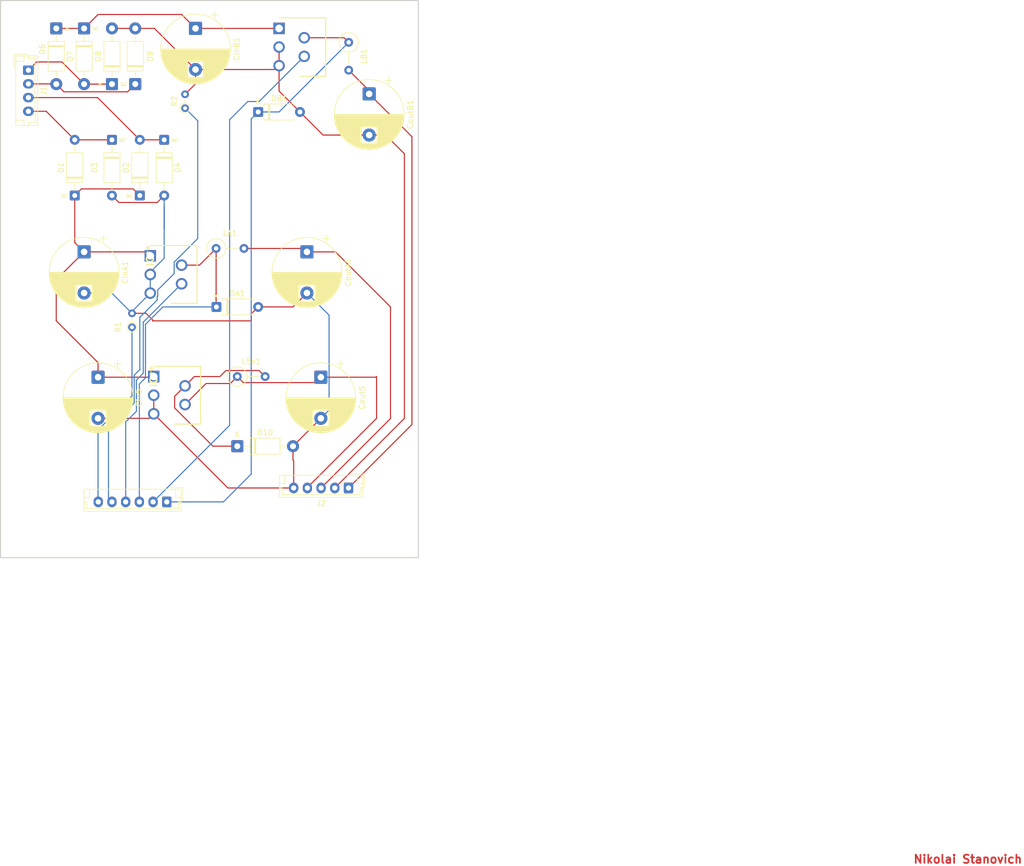
<source format=kicad_pcb>
(kicad_pcb (version 20241229) (generator "pcbnew") (generator_version "9.0")
  (layers (0 "F.Cu" signal) (2 "B.Cu" signal) (13 "F.Paste" user) (15 "B.Paste" user) (5 "F.SilkS" user "F.Silkscreen") (7 "B.SilkS" user "B.Silkscreen") (1 "F.Mask" user) (3 "B.Mask" user) (25 "Edge.Cuts" user))
  (net 0 "")
  (net 1 "Net-(D1-K)")
  (net 2 "/5{slash}A COM")
  (net 3 "Net-(D6-K)")
  (net 4 "/-Ch B")
  (net 5 "/5V")
  (net 6 "/Ch A")
  (net 7 "/Ch B")
  (net 8 "/a+")
  (net 9 "/a-")
  (net 10 "/b+")
  (net 11 "/b-")
  (net 12 "Net-(D10-K)")
  (net 13 "/pot1")
  (net 14 "/pot2")
  (net 15 "/pot2_l")
  (net 16 "/pot1w")
  (net 17 "/pot2w")
  (net 18 "/pot1_l")
  (footprint "Connector_JST:JST_EH_B6B-EH-A_1x06_P2.50mm_Vertical" (layer "F.Cu") (at 45.56 106.68 180)
    (property "Reference" "J3" (hide yes))
    (property "Value" "Conn_01x06")
    (pad "1" thru_hole roundrect (at 0 0 180) (size 1.7 1.95) (drill 0.95) (layers "*.Cu" "*.Mask") (roundrect_rratio 0.147059) (net 14 "/pot2"))
    (pad "2" thru_hole oval (at 2.5 0 180) (size 1.7 1.95) (drill 0.95) (layers "*.Cu" "*.Mask") (net 17 "/pot2w"))
    (pad "3" thru_hole oval (at 5 0 180) (size 1.7 1.95) (drill 0.95) (layers "*.Cu" "*.Mask") (net 13 "/pot1"))
    (pad "4" thru_hole oval (at 7.5 0 180) (size 1.7 1.95) (drill 0.95) (layers "*.Cu" "*.Mask") (net 16 "/pot1w"))
    (pad "5" thru_hole oval (at 10 0 180) (size 1.7 1.95) (drill 0.95) (layers "*.Cu" "*.Mask") (net 15 "/pot2_l"))
    (pad "6" thru_hole oval (at 12.5 0 180) (size 1.7 1.95) (drill 0.95) (layers "*.Cu" "*.Mask") (net 18 "/pot1_l"))
  )
  (footprint "Inductor_THT:L_Axial_L7.0mm_D3.3mm_P5.08mm_Vertical_Fastron_MICC" (layer "F.Cu") (at 54.558859 60.452276)
    (property "Reference" "LA1" (at 2.54 -2.77 0) (layer "F.SilkS"))
    (property "Value" "330uH")
    (pad "1" thru_hole circle (at 0 0) (size 1.6 1.6) (drill 0.8) (layers "*.Cu" "*.Mask") (net 13 "/pot1"))
    (pad "2" thru_hole circle (at 5.08 0) (size 1.6 1.6) (drill 0.8) (layers "*.Cu" "*.Mask") (net 6 "/Ch A"))
  )
  (footprint "Diode_THT:D_A-405_P10.16mm_Horizontal" (layer "F.Cu") (at 40.64 50.8 90)
    (property "Reference" "D2" (at 5.08 -2.47 90) (layer "F.SilkS"))
    (property "Value" "1N5059" (hide yes))
    (fp_text user "K" (at 0 -1.9 90) (layer "F.SilkS"))
    (pad "1" thru_hole roundrect (at 0 0 90) (size 1.8 1.8) (drill 0.9) (layers "*.Cu" "*.Mask") (roundrect_rratio 0.138889) (net 1 "Net-(D1-K)"))
    (pad "2" thru_hole circle (at 10.16 0 90) (size 1.8 1.8) (drill 0.9) (layers "*.Cu" "*.Mask") (net 9 "/a-"))
  )
  (footprint "Capacitor_THT:CP_Radial_D12.5mm_P7.50mm" (layer "F.Cu") (at 30.48 61.08 -90)
    (property "Reference" "CinA1" (at 3.75 -7.5 90) (layer "F.SilkS"))
    (property "Value" "680uF")
    (pad "1" thru_hole roundrect (at 0 0 270) (size 2.4 2.4) (drill 1.2) (layers "*.Cu" "*.Mask") (roundrect_rratio 0.104167) (net 1 "Net-(D1-K)"))
    (pad "2" thru_hole circle (at 7.5 0 270) (size 2.4 2.4) (drill 1.2) (layers "*.Cu" "*.Mask") (net 2 "/5{slash}A COM"))
  )
  (footprint "Inductor_THT:L_Axial_L7.0mm_D3.3mm_P5.08mm_Vertical_Fastron_MICC" (layer "F.Cu") (at 78.74 22.86 -90)
    (property "Reference" "LB1" (at 2.54 -2.77 90) (layer "F.SilkS"))
    (property "Value" "330uH")
    (pad "1" thru_hole circle (at 0 0 270) (size 1.6 1.6) (drill 0.8) (layers "*.Cu" "*.Mask") (net 14 "/pot2"))
    (pad "2" thru_hole circle (at 5.08 0 270) (size 1.6 1.6) (drill 0.8) (layers "*.Cu" "*.Mask") (net 7 "/Ch B"))
  )
  (footprint "Components:TO170P470X1028X2142-5P - Copy" (layer "F.Cu") (at 43.18 83.82 -90)
    (property "Reference" "IC**" (at 0 0 90) (layer "F.SilkS") (effects (font (size 1.27 1.27) (thickness 0.254))))
    (property "Value" "TO170P470X1028X2142-5P" (hide yes))
    (pad "1" thru_hole rect (at 0 0 270) (size 2.1 2.1) (drill 1.4) (layers "*.Cu" "*.Mask") (net 1 "Net-(D1-K)"))
    (pad "2" thru_hole circle (at 1.7 -5.71 270) (size 2.1 2.1) (drill 1.4) (layers "*.Cu" "*.Mask") (net 12 "Net-(D10-K)"))
    (pad "3" thru_hole circle (at 3.4 0 270) (size 2.1 2.1) (drill 1.4) (layers "*.Cu" "*.Mask") (net 2 "/5{slash}A COM"))
    (pad "4" thru_hole circle (at 5.1 -5.71 270) (size 2.1 2.1) (drill 1.4) (layers "*.Cu" "*.Mask") (net 5 "/5V"))
    (pad "5" thru_hole circle (at 6.8 0 270) (size 2.1 2.1) (drill 1.4) (layers "*.Cu" "*.Mask") (net 2 "/5{slash}A COM"))
  )
  (footprint "MountingHole:MountingHole_2.2mm_M2" (layer "F.Cu") (at 20.955 20.955)
    (property "Reference" "REF**" (hide yes))
    (property "Value" "MountingHole_2.2mm_M2" (hide yes))
    (pad "" np_thru_hole circle (at 0 0) (size 2.2 2.2) (drill 2.2) (layers "*.Cu" "*.Mask"))
  )
  (footprint "Diode_THT:D_DO-41_SOD81_P10.16mm_Horizontal" (layer "F.Cu") (at 58.42 96.52)
    (property "Reference" "D10" (at 5.08 -2.47 0) (layer "F.SilkS"))
    (property "Value" "1N5819")
    (fp_text user "K" (at 0 -2.1 0) (layer "F.SilkS"))
    (pad "1" thru_hole roundrect (at 0 0) (size 2.2 2.2) (drill 1.1) (layers "*.Cu" "*.Mask") (roundrect_rratio 0.113636) (net 12 "Net-(D10-K)"))
    (pad "2" thru_hole circle (at 10.16 0) (size 2.2 2.2) (drill 1.1) (layers "*.Cu" "*.Mask") (net 2 "/5{slash}A COM"))
  )
  (footprint "Inductor_THT:L_Axial_L7.0mm_D3.3mm_P5.08mm_Vertical_Fastron_MICC" (layer "F.Cu") (at 58.42 83.82)
    (property "Reference" "L5v1" (at 2.54 -2.77 0) (layer "F.SilkS"))
    (property "Value" "330uH")
    (pad "1" thru_hole circle (at 0 0) (size 1.6 1.6) (drill 0.8) (layers "*.Cu" "*.Mask") (net 5 "/5V"))
    (pad "2" thru_hole circle (at 5.08 0) (size 1.6 1.6) (drill 0.8) (layers "*.Cu" "*.Mask") (net 12 "Net-(D10-K)"))
  )
  (footprint "Diode_THT:D_DO-41_SOD81_P10.16mm_Horizontal" (layer "F.Cu") (at 25.4 20.32 -90)
    (property "Reference" "D6" (at 3.81 2.54 90) (layer "F.SilkS"))
    (property "Value" "1N4007" (hide yes))
    (fp_text user "K" (at 0 -2.1 90) (layer "F.SilkS"))
    (pad "1" thru_hole roundrect (at 0 0 270) (size 2.2 2.2) (drill 1.1) (layers "*.Cu" "*.Mask") (roundrect_rratio 0.113636) (net 3 "Net-(D6-K)"))
    (pad "2" thru_hole circle (at 10.16 0 270) (size 2.2 2.2) (drill 1.1) (layers "*.Cu" "*.Mask") (net 10 "/b+"))
  )
  (footprint "Capacitor_THT:CP_Radial_D12.5mm_P7.50mm" (layer "F.Cu") (at 50.8 20.32 -90)
    (property "Reference" "CinB1" (at 3.75 -7.5 90) (layer "F.SilkS"))
    (property "Value" "100uF" (hide yes))
    (pad "1" thru_hole roundrect (at 0 0 270) (size 2.4 2.4) (drill 1.2) (layers "*.Cu" "*.Mask") (roundrect_rratio 0.104167) (net 3 "Net-(D6-K)"))
    (pad "2" thru_hole circle (at 7.5 0 270) (size 2.4 2.4) (drill 1.2) (layers "*.Cu" "*.Mask") (net 4 "/-Ch B"))
  )
  (footprint "MountingHole:MountingHole_2.2mm_M2" (layer "F.Cu") (at 85.725 20.955)
    (property "Reference" "REF**" (hide yes))
    (property "Value" "MountingHole_2.2mm_M2" (hide yes))
    (pad "" np_thru_hole circle (at 0 0) (size 2.2 2.2) (drill 2.2) (layers "*.Cu" "*.Mask"))
  )
  (footprint "Diode_THT:D_DO-41_SOD81_P10.16mm_Horizontal" (layer "F.Cu") (at 39.81 30.48 90)
    (property "Reference" "D9" (at 5.08 2.735 90) (layer "F.SilkS"))
    (property "Value" "1N4007" (hide yes))
    (fp_text user "K" (at 0 -2.1 90) (layer "F.SilkS"))
    (pad "1" thru_hole roundrect (at 0 0 90) (size 2.2 2.2) (drill 1.1) (layers "*.Cu" "*.Mask") (roundrect_rratio 0.113636) (net 10 "/b+"))
    (pad "2" thru_hole circle (at 10.16 0 90) (size 2.2 2.2) (drill 1.1) (layers "*.Cu" "*.Mask") (net 4 "/-Ch B"))
  )
  (footprint "Connector_JST:JST_EH_B4B-EH-A_1x04_P2.50mm_Vertical" (layer "F.Cu") (at 20.32 27.94 -90)
    (property "Reference" "J1" (at 3.75 -2.8 90) (layer "F.SilkS"))
    (property "Value" "Conn_01x04")
    (pad "1" thru_hole roundrect (at 0 0 270) (size 1.7 1.95) (drill 0.95) (layers "*.Cu" "*.Mask") (roundrect_rratio 0.147059) (net 11 "/b-"))
    (pad "2" thru_hole oval (at 2.5 0 270) (size 1.7 1.95) (drill 0.95) (layers "*.Cu" "*.Mask") (net 10 "/b+"))
    (pad "3" thru_hole oval (at 5 0 270) (size 1.7 1.95) (drill 0.95) (layers "*.Cu" "*.Mask") (net 9 "/a-"))
    (pad "4" thru_hole oval (at 7.5 0 270) (size 1.7 1.95) (drill 0.95) (layers "*.Cu" "*.Mask") (net 8 "/a+"))
  )
  (footprint "components:TO170P470X1016X2338-5P" (layer "F.Cu") (at 38.775 66.355 90)
    (property "Reference" "Q2" (hide yes))
    (property "Value" "TL2575-05IKV" (hide yes))
  )
  (footprint "MountingHole:MountingHole_2.2mm_M2" (layer "F.Cu") (at 85.725 111.125)
    (property "Reference" "REF**" (hide yes))
    (property "Value" "MountingHole_2.2mm_M2" (hide yes))
    (pad "" np_thru_hole circle (at 0 0) (size 2.2 2.2) (drill 2.2) (layers "*.Cu" "*.Mask"))
  )
  (footprint "Resistor_THT:R_Axial_DIN0204_L3.6mm_D1.6mm_P2.54mm_Vertical" (layer "F.Cu") (at 39.217959 74.825068 90)
    (property "Reference" "R1" (at 0 -2.54 90) (layer "F.SilkS"))
    (property "Value" "700")
    (pad "1" thru_hole circle (at 0 0 90) (size 1.4 1.4) (drill 0.7) (layers "*.Cu" "*.Mask") (net 18 "/pot1_l"))
    (pad "2" thru_hole circle (at 2.54 0 90) (size 1.4 1.4) (drill 0.7) (layers "*.Cu" "*.Mask") (net 2 "/5{slash}A COM"))
  )
  (footprint "Diode_THT:D_A-405_P7.62mm_Horizontal" (layer "F.Cu") (at 54.61 71.12)
    (property "Reference" "DA1" (at 3.81 -2.47 0) (layer "F.SilkS"))
    (property "Value" "11DQ06")
    (fp_text user "K" (at 0 -1.9 0) (layer "F.SilkS"))
    (pad "1" thru_hole roundrect (at 0 0) (size 1.8 1.8) (drill 0.9) (layers "*.Cu" "*.Mask") (roundrect_rratio 0.138889) (net 13 "/pot1"))
    (pad "2" thru_hole circle (at 7.62 0) (size 1.8 1.8) (drill 0.9) (layers "*.Cu" "*.Mask") (net 2 "/5{slash}A COM"))
  )
  (footprint "Capacitor_THT:CP_Radial_D12.5mm_P7.50mm" (layer "F.Cu") (at 71.12 61.08 -90)
    (property "Reference" "CoutA1" (at 3.75 -7.5 90) (layer "F.SilkS"))
    (property "Value" "330uF")
    (pad "1" thru_hole roundrect (at 0 0 270) (size 2.4 2.4) (drill 1.2) (layers "*.Cu" "*.Mask") (roundrect_rratio 0.104167) (net 6 "/Ch A"))
    (pad "2" thru_hole circle (at 7.5 0 270) (size 2.4 2.4) (drill 1.2) (layers "*.Cu" "*.Mask") (net 2 "/5{slash}A COM"))
  )
  (footprint "Diode_THT:D_DO-41_SOD81_P10.16mm_Horizontal" (layer "F.Cu") (at 35.56 30.48 90)
    (property "Reference" "D8" (at 5.08 -2.47 90) (layer "F.SilkS"))
    (property "Value" "1N4007" (hide yes))
    (fp_text user "K" (at 0 -2.1 90) (layer "F.SilkS"))
    (pad "1" thru_hole roundrect (at 0 0 90) (size 2.2 2.2) (drill 1.1) (layers "*.Cu" "*.Mask") (roundrect_rratio 0.113636) (net 11 "/b-"))
    (pad "2" thru_hole circle (at 10.16 0 90) (size 2.2 2.2) (drill 1.1) (layers "*.Cu" "*.Mask") (net 4 "/-Ch B"))
  )
  (footprint "MountingHole:MountingHole_2.2mm_M2" (layer "F.Cu") (at 20.955 111.125)
    (property "Reference" "REF**" (hide yes))
    (property "Value" "MountingHole_2.2mm_M2" (hide yes))
    (pad "" np_thru_hole circle (at 0 0) (size 2.2 2.2) (drill 2.2) (layers "*.Cu" "*.Mask"))
  )
  (footprint "Resistor_THT:R_Axial_DIN0204_L3.6mm_D1.6mm_P2.54mm_Vertical" (layer "F.Cu") (at 48.895 34.875 90)
    (property "Reference" "R2" (at 1.27 -1.92 90) (layer "F.SilkS"))
    (property "Value" "700")
    (pad "1" thru_hole circle (at 0 0 90) (size 1.4 1.4) (drill 0.7) (layers "*.Cu" "*.Mask") (net 15 "/pot2_l"))
    (pad "2" thru_hole circle (at 2.54 0 90) (size 1.4 1.4) (drill 0.7) (layers "*.Cu" "*.Mask") (net 4 "/-Ch B"))
  )
  (footprint "Diode_THT:D_A-405_P10.16mm_Horizontal" (layer "F.Cu") (at 35.56 40.64 -90)
    (property "Reference" "D3" (at 5.08 3.175 90) (layer "F.SilkS"))
    (property "Value" "1N5059" (hide yes))
    (fp_text user "K" (at 0 -1.9 90) (layer "F.SilkS"))
    (pad "1" thru_hole roundrect (at 0 0 270) (size 1.8 1.8) (drill 0.9) (layers "*.Cu" "*.Mask") (roundrect_rratio 0.138889) (net 8 "/a+"))
    (pad "2" thru_hole circle (at 10.16 0 270) (size 1.8 1.8) (drill 0.9) (layers "*.Cu" "*.Mask") (net 2 "/5{slash}A COM"))
  )
  (footprint "Capacitor_THT:CP_Radial_D12.5mm_P7.50mm" (layer "F.Cu") (at 73.66 83.94 -90)
    (property "Reference" "Cout5" (at 3.75 -7.5 90) (layer "F.SilkS"))
    (property "Value" "330uF")
    (pad "1" thru_hole roundrect (at 0 0 270) (size 2.4 2.4) (drill 1.2) (layers "*.Cu" "*.Mask") (roundrect_rratio 0.104167) (net 5 "/5V"))
    (pad "2" thru_hole circle (at 7.5 0 270) (size 2.4 2.4) (drill 1.2) (layers "*.Cu" "*.Mask") (net 2 "/5{slash}A COM"))
  )
  (footprint "Connector_JST:JST_EH_B5B-EH-A_1x05_P2.50mm_Vertical" (layer "F.Cu") (at 78.7 104.14 180)
    (property "Reference" "J2" (at 5 -2.8 0) (layer "F.SilkS"))
    (property "Value" "Conn_01x05")
    (pad "1" thru_hole roundrect (at 0 0 180) (size 1.7 1.95) (drill 0.95) (layers "*.Cu" "*.Mask") (roundrect_rratio 0.147059) (net 7 "/Ch B"))
    (pad "2" thru_hole oval (at 2.5 0 180) (size 1.7 1.95) (drill 0.95) (layers "*.Cu" "*.Mask") (net 4 "/-Ch B"))
    (pad "3" thru_hole oval (at 5 0 180) (size 1.7 1.95) (drill 0.95) (layers "*.Cu" "*.Mask") (net 6 "/Ch A"))
    (pad "4" thru_hole oval (at 7.5 0 180) (size 1.7 1.95) (drill 0.95) (layers "*.Cu" "*.Mask") (net 5 "/5V"))
    (pad "5" thru_hole oval (at 10 0 180) (size 1.7 1.95) (drill 0.95) (layers "*.Cu" "*.Mask") (net 2 "/5{slash}A COM"))
  )
  (footprint "Components:TO170P470X1016X2338-5P" (layer "F.Cu") (at 66.04 20.32 -90)
    (property "Reference" "Q**" (hide yes))
    (property "Value" "TO170P470X1016X2338-5P" (hide yes))
    (pad "1" thru_hole rect (at 0 0 270) (size 2.085 2.085) (drill 1.39) (layers "*.Cu" "*.Mask") (net 3 "Net-(D6-K)"))
    (pad "2" thru_hole circle (at 1.7 -4.59 270) (size 2.085 2.085) (drill 1.39) (layers "*.Cu" "*.Mask") (net 14 "/pot2"))
    (pad "3" thru_hole circle (at 3.4 0 270) (size 2.085 2.085) (drill 1.39) (layers "*.Cu" "*.Mask") (net 4 "/-Ch B"))
    (pad "4" thru_hole circle (at 5.1 -4.59 270) (size 2.085 2.085) (drill 1.39) (layers "*.Cu" "*.Mask") (net 17 "/pot2w"))
    (pad "5" thru_hole circle (at 6.8 0 270) (size 2.085 2.085) (drill 1.39) (layers "*.Cu" "*.Mask") (net 4 "/-Ch B"))
  )
  (footprint "Capacitor_THT:CP_Radial_D12.5mm_P7.50mm" (layer "F.Cu") (at 82.472079 32.269308 -90)
    (property "Reference" "CoutB1" (at 3.75 -7.5 90) (layer "F.SilkS"))
    (property "Value" "330uF")
    (pad "1" thru_hole roundrect (at 0 0 270) (size 2.4 2.4) (drill 1.2) (layers "*.Cu" "*.Mask") (roundrect_rratio 0.104167) (net 7 "/Ch B"))
    (pad "2" thru_hole circle (at 7.5 0 270) (size 2.4 2.4) (drill 1.2) (layers "*.Cu" "*.Mask") (net 4 "/-Ch B"))
  )
  (footprint "Diode_THT:D_A-405_P10.16mm_Horizontal" (layer "F.Cu") (at 28.77 50.8 90)
    (property "Reference" "D1" (at 5.08 -2.47 90) (layer "F.SilkS"))
    (property "Value" "1N5059" (hide yes))
    (fp_text user "K" (at 0 -1.9 90) (layer "F.SilkS"))
    (pad "1" thru_hole roundrect (at 0 0 90) (size 1.8 1.8) (drill 0.9) (layers "*.Cu" "*.Mask") (roundrect_rratio 0.138889) (net 1 "Net-(D1-K)"))
    (pad "2" thru_hole circle (at 10.16 0 90) (size 1.8 1.8) (drill 0.9) (layers "*.Cu" "*.Mask") (net 8 "/a+"))
  )
  (footprint "Diode_THT:D_DO-41_SOD81_P10.16mm_Horizontal" (layer "F.Cu") (at 30.48 20.32 -90)
    (property "Reference" "D7" (at 5.08 2.54 90) (layer "F.SilkS"))
    (property "Value" "1N4007" (hide yes))
    (fp_text user "K" (at 0 -2.1 90) (layer "F.SilkS"))
    (pad "1" thru_hole roundrect (at 0 0 270) (size 2.2 2.2) (drill 1.1) (layers "*.Cu" "*.Mask") (roundrect_rratio 0.113636) (net 3 "Net-(D6-K)"))
    (pad "2" thru_hole circle (at 10.16 0 270) (size 2.2 2.2) (drill 1.1) (layers "*.Cu" "*.Mask") (net 11 "/b-"))
  )
  (footprint "Diode_THT:D_A-405_P10.16mm_Horizontal" (layer "F.Cu") (at 45.085 40.64 -90)
    (property "Reference" "D4" (at 5.08 -2.47 90) (layer "F.SilkS"))
    (property "Value" "1N5059" (hide yes))
    (fp_text user "K" (at 0 -1.9 90) (layer "F.SilkS"))
    (pad "1" thru_hole roundrect (at 0 0 270) (size 1.8 1.8) (drill 0.9) (layers "*.Cu" "*.Mask") (roundrect_rratio 0.138889) (net 9 "/a-"))
    (pad "2" thru_hole circle (at 10.16 0 270) (size 1.8 1.8) (drill 0.9) (layers "*.Cu" "*.Mask") (net 2 "/5{slash}A COM"))
  )
  (footprint "Capacitor_THT:CP_Radial_D12.5mm_P7.50mm" (layer "F.Cu") (at 33.02 83.94 -90)
    (property "Reference" "Cin5" (at 3.75 -7.5 90) (layer "F.SilkS"))
    (property "Value" "100uF")
    (pad "1" thru_hole roundrect (at 0 0 270) (size 2.4 2.4) (drill 1.2) (layers "*.Cu" "*.Mask") (roundrect_rratio 0.104167) (net 1 "Net-(D1-K)"))
    (pad "2" thru_hole circle (at 7.5 0 270) (size 2.4 2.4) (drill 1.2) (layers "*.Cu" "*.Mask") (net 2 "/5{slash}A COM"))
  )
  (footprint "Components:TO170P470X1028X2142-5P - Copy" (layer "F.Cu") (at 42.55 61.8 -90)
    (property "Reference" "IC**" (at 0 0 90) (layer "F.SilkS") (effects (font (size 1.27 1.27) (thickness 0.254))))
    (property "Value" "TO170P470X1028X2142-5P" (hide yes))
    (pad "1" thru_hole rect (at 0 0 270) (size 2.1 2.1) (drill 1.4) (layers "*.Cu" "*.Mask") (net 1 "Net-(D1-K)"))
    (pad "2" thru_hole circle (at 1.7 -5.71 270) (size 2.1 2.1) (drill 1.4) (layers "*.Cu" "*.Mask") (net 13 "/pot1"))
    (pad "3" thru_hole circle (at 3.4 0 270) (size 2.1 2.1) (drill 1.4) (layers "*.Cu" "*.Mask") (net 2 "/5{slash}A COM"))
    (pad "4" thru_hole circle (at 5.1 -5.71 270) (size 2.1 2.1) (drill 1.4) (layers "*.Cu" "*.Mask") (net 16 "/pot1w"))
    (pad "5" thru_hole circle (at 6.8 0 270) (size 2.1 2.1) (drill 1.4) (layers "*.Cu" "*.Mask") (net 2 "/5{slash}A COM"))
  )
  (footprint "components:TO170P470X1016X2338-5P" (layer "F.Cu") (at 37.275 66.355 90)
    (property "Reference" "Q1" (hide yes))
    (property "Value" "TL2575-05IKV" (hide yes))
  )
  (footprint "Diode_THT:D_A-405_P7.62mm_Horizontal" (layer "F.Cu") (at 62.23 35.56)
    (property "Reference" "DB1" (at 3.81 -2.47 0) (layer "F.SilkS"))
    (property "Value" "11DQ06")
    (fp_text user "K" (at 0 -1.9 0) (layer "F.SilkS"))
    (pad "1" thru_hole roundrect (at 0 0) (size 1.8 1.8) (drill 0.9) (layers "*.Cu" "*.Mask") (roundrect_rratio 0.138889) (net 14 "/pot2"))
    (pad "2" thru_hole circle (at 7.62 0) (size 1.8 1.8) (drill 0.9) (layers "*.Cu" "*.Mask") (net 4 "/-Ch B"))
  )
  (gr_rect (start 15.24 15.24) (end 91.44 116.84) (stroke (width 0.2)) (fill no) (layer "Edge.Cuts"))
  (gr_text "Nikolai Stanovich" (at 181.61 172.72 0) (layer "F.Cu") (effects (font (size 1.5 1.5) (thickness 0.3) (bold yes)) (justify left bottom)))
  (segment (start 25.4 73.66) (end 33.02 81.28) (width 0.2) (layer "F.Cu") (net 1))
  (segment (start 29.971 49.599) (end 28.77 50.8) (width 0.2) (layer "F.Cu") (net 1))
  (segment (start 42.425 83.94) (end 33.02 83.94) (width 0.2) (layer "F.Cu") (net 1))
  (segment (start 33.02 81.28) (end 33.02 83.94) (width 0.2) (layer "F.Cu") (net 1))
  (segment (start 25.4 66.16) (end 25.4 73.66) (width 0.2) (layer "F.Cu") (net 1))
  (segment (start 41.83 61.08) (end 42.55 61.8) (width 0.2) (layer "F.Cu") (net 1))
  (segment (start 42.545 83.82) (end 42.425 83.94) (width 0.2) (layer "F.Cu") (net 1))
  (segment (start 30.48 61.08) (end 41.83 61.08) (width 0.2) (layer "F.Cu") (net 1))
  (segment (start 40.64 50.8) (end 39.439 49.599) (width 0.2) (layer "F.Cu") (net 1))
  (segment (start 39.439 49.599) (end 29.971 49.599) (width 0.2) (layer "F.Cu") (net 1))
  (segment (start 28.77 59.37) (end 30.48 61.08) (width 0.2) (layer "F.Cu") (net 1))
  (segment (start 28.77 50.8) (end 28.77 59.37) (width 0.2) (layer "F.Cu") (net 1))
  (segment (start 30.48 61.08) (end 25.4 66.16) (width 0.2) (layer "F.Cu") (net 1))
  (segment (start 43.18 83.82) (end 42.545 83.82) (width 0.2) (layer "F.Cu") (net 1))
  (segment (start 56.7 104.14) (end 43.18 90.62) (width 0.2) (layer "F.Cu") (net 2))
  (segment (start 43.18 90.62) (end 43.18 87.22) (width 0.2) (layer "F.Cu") (net 2))
  (segment (start 35.56 50.8) (end 36.83 52.07) (width 0.2) (layer "F.Cu") (net 2))
  (segment (start 42.923027 73.66) (end 60.96 73.66) (width 0.2) (layer "F.Cu") (net 2))
  (segment (start 42.36 91.44) (end 43.18 90.62) (width 0.2) (layer "F.Cu") (net 2))
  (segment (start 43.039736 73.543291) (end 42.923027 73.66) (width 0.2) (layer "F.Cu") (net 2))
  (segment (start 62.23 71.12) (end 68.58 71.12) (width 0.2) (layer "F.Cu") (net 2))
  (segment (start 68.58 71.12) (end 71.12 68.58) (width 0.2) (layer "F.Cu") (net 2))
  (segment (start 68.58 96.52) (end 68.58 99.06) (width 0.2) (layer "F.Cu") (net 2))
  (segment (start 68.7 104.14) (end 56.7 104.14) (width 0.2) (layer "F.Cu") (net 2))
  (segment (start 33.02 91.44) (end 42.36 91.44) (width 0.2) (layer "F.Cu") (net 2))
  (segment (start 60.96 73.66) (end 60.96 72.39) (width 0.2) (layer "F.Cu") (net 2))
  (segment (start 68.58 96.52) (end 73.66 91.44) (width 0.2) (layer "F.Cu") (net 2))
  (segment (start 68.58 99.06) (end 68.7 99.18) (width 0.2) (layer "F.Cu") (net 2))
  (segment (start 41.781513 72.285068) (end 43.039736 73.543291) (width 0.2) (layer "F.Cu") (net 2))
  (segment (start 39.217959 72.285068) (end 41.781513 72.285068) (width 0.2) (layer "F.Cu") (net 2))
  (segment (start 36.83 52.07) (end 43.815 52.07) (width 0.2) (layer "F.Cu") (net 2))
  (segment (start 60.96 72.39) (end 62.23 71.12) (width 0.2) (layer "F.Cu") (net 2))
  (segment (start 43.815 52.07) (end 45.085 50.8) (width 0.2) (layer "F.Cu") (net 2))
  (segment (start 68.7 99.18) (end 68.7 104.14) (width 0.2) (layer "F.Cu") (net 2))
  (segment (start 39.217959 72.285068) (end 39.474932 72.285068) (width 0.2) (layer "B.Cu") (net 2))
  (segment (start 42.55 64.765) (end 45.085 62.23) (width 0.2) (layer "B.Cu") (net 2))
  (segment (start 39.217959 71.932041) (end 42.55 68.6) (width 0.2) (layer "B.Cu") (net 2))
  (segment (start 75.161 72.621) (end 71.12 68.58) (width 0.2) (layer "B.Cu") (net 2))
  (segment (start 30.48 68.58) (end 35.512891 68.58) (width 0.2) (layer "B.Cu") (net 2))
  (segment (start 39.217959 72.285068) (end 39.217959 71.932041) (width 0.2) (layer "B.Cu") (net 2))
  (segment (start 45.085 56.95) (end 45.085 50.8) (width 0.2) (layer "B.Cu") (net 2))
  (segment (start 35.512891 68.58) (end 39.217959 72.285068) (width 0.2) (layer "B.Cu") (net 2))
  (segment (start 45.085 62.23) (end 45.085 52.705) (width 0.2) (layer "B.Cu") (net 2))
  (segment (start 42.55 65.2) (end 42.55 64.765) (width 0.2) (layer "B.Cu") (net 2))
  (segment (start 73.66 91.44) (end 75.161 89.939) (width 0.2) (layer "B.Cu") (net 2))
  (segment (start 42.55 68.6) (end 42.55 65.2) (width 0.2) (layer "B.Cu") (net 2))
  (segment (start 75.161 89.939) (end 75.161 72.621) (width 0.2) (layer "B.Cu") (net 2))
  (segment (start 48.26 17.78) (end 33.02 17.78) (width 0.2) (layer "F.Cu") (net 3))
  (segment (start 30.48 20.32) (end 25.4 20.32) (width 0.2) (layer "F.Cu") (net 3))
  (segment (start 33.02 17.78) (end 30.48 20.32) (width 0.2) (layer "F.Cu") (net 3))
  (segment (start 66.04 20.32) (end 50.8 20.32) (width 0.2) (layer "F.Cu") (net 3))
  (segment (start 50.8 20.32) (end 48.26 17.78) (width 0.2) (layer "F.Cu") (net 3))
  (segment (start 50.8 27.82) (end 65.34 27.82) (width 0.2) (layer "F.Cu") (net 4))
  (segment (start 66.04 27.12) (end 66.04 31.75) (width 0.2) (layer "F.Cu") (net 4))
  (segment (start 74.059308 39.769308) (end 82.472079 39.769308) (width 0.2) (layer "F.Cu") (net 4))
  (segment (start 39.81 20.32) (end 43.3 20.32) (width 0.2) (layer "F.Cu") (net 4))
  (segment (start 85.489308 39.769308) (end 82.472079 39.769308) (width 0.2) (layer "F.Cu") (net 4))
  (segment (start 35.56 20.32) (end 39.81 20.32) (width 0.2) (layer "F.Cu") (net 4))
  (segment (start 66.04 23.72) (end 66.04 27.12) (width 0.2) (layer "F.Cu") (net 4))
  (segment (start 88.9 91.44) (end 88.9 43.18) (width 0.2) (layer "F.Cu") (net 4))
  (segment (start 69.85 35.56) (end 74.059308 39.769308) (width 0.2) (layer "F.Cu") (net 4))
  (segment (start 43.3 20.32) (end 50.8 27.82) (width 0.2) (layer "F.Cu") (net 4))
  (segment (start 88.9 43.18) (end 85.489308 39.769308) (width 0.2) (layer "F.Cu") (net 4))
  (segment (start 76.2 104.14) (end 88.9 91.44) (width 0.2) (layer "F.Cu") (net 4))
  (segment (start 50.8 30.43) (end 50.8 27.82) (width 0.2) (layer "F.Cu") (net 4))
  (segment (start 50.8 27.82) (end 51.252492 28.272492) (width 0.2) (layer "F.Cu") (net 4))
  (segment (start 48.895 32.335) (end 50.8 30.43) (width 0.2) (layer "F.Cu") (net 4))
  (segment (start 65.34 27.82) (end 66.04 27.12) (width 0.2) (layer "F.Cu") (net 4))
  (segment (start 66.04 31.75) (end 69.85 35.56) (width 0.2) (layer "F.Cu") (net 4))
  (segment (start 52.72 85.09) (end 57.15 85.09) (width 0.2) (layer "F.Cu") (net 5))
  (segment (start 48.89 88.92) (end 52.72 85.09) (width 0.2) (layer "F.Cu") (net 5))
  (segment (start 83.82 83.82) (end 83.7 83.94) (width 0.2) (layer "F.Cu") (net 5))
  (segment (start 59.521 84.921) (end 72.679 84.921) (width 0.2) (layer "F.Cu") (net 5))
  (segment (start 71.2 104.14) (end 71.2 104.06) (width 0.2) (layer "F.Cu") (net 5))
  (segment (start 83.82 91.44) (end 83.82 83.82) (width 0.2) (layer "F.Cu") (net 5))
  (segment (start 58.821 83.9861) (end 58.821 83.82) (width 0.2) (layer "F.Cu") (net 5))
  (segment (start 58.42 83.82) (end 59.521 84.921) (width 0.2) (layer "F.Cu") (net 5))
  (segment (start 58.019 84.221) (end 58.5861 84.221) (width 0.2) (layer "F.Cu") (net 5))
  (segment (start 83.7 83.94) (end 73.66 83.94) (width 0.2) (layer "F.Cu") (net 5))
  (segment (start 58.821 83.82) (end 59.055 83.82) (width 0.2) (layer "F.Cu") (net 5))
  (segment (start 72.679 84.921) (end 73.66 83.94) (width 0.2) (layer "F.Cu") (net 5))
  (segment (start 71.2 104.14) (end 71.12 104.14) (width 0.2) (layer "F.Cu") (net 5))
  (segment (start 71.2 104.06) (end 83.82 91.44) (width 0.2) (layer "F.Cu") (net 5))
  (segment (start 58.5861 84.221) (end 58.821 83.9861) (width 0.2) (layer "F.Cu") (net 5))
  (segment (start 57.15 85.09) (end 58.019 84.221) (width 0.2) (layer "F.Cu") (net 5))
  (segment (start 73.7 104.14) (end 86.36 91.48) (width 0.2) (layer "F.Cu") (net 6))
  (segment (start 86.36 71.12) (end 76.32 61.08) (width 0.2) (layer "F.Cu") (net 6))
  (segment (start 76.32 61.08) (end 71.12 61.08) (width 0.2) (layer "F.Cu") (net 6))
  (segment (start 86.36 91.48) (end 86.36 71.12) (width 0.2) (layer "F.Cu") (net 6))
  (segment (start 70.492276 60.452276) (end 71.12 61.08) (width 0.2) (layer "F.Cu") (net 6))
  (segment (start 59.638859 60.452276) (end 70.492276 60.452276) (width 0.2) (layer "F.Cu") (net 6))
  (segment (start 90.258163 40.055392) (end 82.472079 32.269308) (width 0.2) (layer "F.Cu") (net 7))
  (segment (start 78.7 104.14) (end 90.267328 92.572672) (width 0.2) (layer "F.Cu") (net 7))
  (segment (start 82.472079 31.672079) (end 78.74 27.94) (width 0.2) (layer "F.Cu") (net 7))
  (segment (start 90.267328 40.055392) (end 90.258163 40.055392) (width 0.2) (layer "F.Cu") (net 7))
  (segment (start 82.472079 32.269308) (end 82.030692 32.269308) (width 0.2) (layer "F.Cu") (net 7))
  (segment (start 82.472079 32.269308) (end 82.472079 31.672079) (width 0.2) (layer "F.Cu") (net 7))
  (segment (start 90.267328 92.572672) (end 90.267328 40.055392) (width 0.2) (layer "F.Cu") (net 7))
  (segment (start 23.57 35.44) (end 28.77 40.64) (width 0.2) (layer "F.Cu") (net 8))
  (segment (start 20.32 35.44) (end 23.57 35.44) (width 0.2) (layer "F.Cu") (net 8))
  (segment (start 35.56 40.64) (end 28.77 40.64) (width 0.2) (layer "F.Cu") (net 8))
  (segment (start 40.64 40.64) (end 45.085 40.64) (width 0.2) (layer "F.Cu") (net 9))
  (segment (start 32.94 32.94) (end 40.64 40.64) (width 0.2) (layer "F.Cu") (net 9))
  (segment (start 20.32 32.94) (end 32.94 32.94) (width 0.2) (layer "F.Cu") (net 9))
  (segment (start 26.801 31.881) (end 38.409 31.881) (width 0.2) (layer "F.Cu") (net 10))
  (segment (start 25.4 30.48) (end 26.801 31.881) (width 0.2) (layer "F.Cu") (net 10))
  (segment (start 25.36 30.44) (end 25.4 30.48) (width 0.2) (layer "F.Cu") (net 10))
  (segment (start 20.32 30.44) (end 25.36 30.44) (width 0.2) (layer "F.Cu") (net 10))
  (segment (start 38.409 31.881) (end 39.81 30.48) (width 0.2) (layer "F.Cu") (net 10))
  (segment (start 35.56 30.48) (end 30.48 30.48) (width 0.2) (layer "F.Cu") (net 11))
  (segment (start 30.48 30.48) (end 26.439 26.439) (width 0.2) (layer "F.Cu") (net 11))
  (segment (start 26.439 26.439) (end 21.821 26.439) (width 0.2) (layer "F.Cu") (net 11))
  (segment (start 21.821 26.439) (end 20.32 27.94) (width 0.2) (layer "F.Cu") (net 11))
  (segment (start 62.399 82.719) (end 63.21645 83.53645) (width 0.2) (layer "F.Cu") (net 12))
  (segment (start 50.59 83.82) (end 55.245 83.82) (width 0.2) (layer "F.Cu") (net 12))
  (segment (start 46.99 87.42) (end 48.89 85.52) (width 0.2) (layer "F.Cu") (net 12))
  (segment (start 58.42 96.52) (end 53.975 96.52) (width 0.2) (layer "F.Cu") (net 12))
  (segment (start 56.346 82.719) (end 62.399 82.719) (width 0.2) (layer "F.Cu") (net 12))
  (segment (start 55.245 83.82) (end 56.346 82.719) (width 0.2) (layer "F.Cu") (net 12))
  (segment (start 48.89 85.52) (end 50.59 83.82) (width 0.2) (layer "F.Cu") (net 12))
  (segment (start 53.975 96.52) (end 46.99 89.535) (width 0.2) (layer "F.Cu") (net 12))
  (segment (start 63.62 83.94) (end 63.5 83.82) (width 0.2) (layer "F.Cu") (net 12))
  (segment (start 46.99 89.535) (end 46.99 87.42) (width 0.2) (layer "F.Cu") (net 12))
  (segment (start 54.558859 71.255223) (end 54.558859 60.452276) (width 0.2) (layer "F.Cu") (net 13))
  (segment (start 54.61 71.204082) (end 54.558859 71.255223) (width 0.2) (layer "F.Cu") (net 13))
  (segment (start 48.26 63.5) (end 51.511135 63.5) (width 0.2) (layer "F.Cu") (net 13))
  (segment (start 54.61 71.12) (end 54.61 71.204082) (width 0.2) (layer "F.Cu") (net 13))
  (segment (start 51.511135 63.5) (end 54.558859 60.452276) (width 0.2) (layer "F.Cu") (net 13))
  (segment (start 54.61 71.12) (end 44.851 71.12) (width 0.2) (layer "B.Cu") (net 13))
  (segment (start 40.56 85.17) (end 40.56 106.68) (width 0.2) (layer "B.Cu") (net 13))
  (segment (start 41.676 74.295) (end 41.676 84.054) (width 0.2) (layer "B.Cu") (net 13))
  (segment (start 41.676 84.054) (end 40.56 85.17) (width 0.2) (layer "B.Cu") (net 13))
  (segment (start 44.851 71.12) (end 41.676 74.295) (width 0.2) (layer "B.Cu") (net 13))
  (segment (start 77.9 22.02) (end 78.74 22.86) (width 0.2) (layer "F.Cu") (net 14))
  (segment (start 70.63 22.02) (end 77.9 22.02) (width 0.2) (layer "F.Cu") (net 14))
  (segment (start 60.96 36.83) (end 60.96 101.6) (width 0.2) (layer "B.Cu") (net 14))
  (segment (start 60.96 101.6) (end 55.88 106.68) (width 0.2) (layer "B.Cu") (net 14))
  (segment (start 55.88 106.68) (end 45.56 106.68) (width 0.2) (layer "B.Cu") (net 14))
  (segment (start 62.23 35.56) (end 60.96 36.83) (width 0.2) (layer "B.Cu") (net 14))
  (segment (start 62.23 35.56) (end 66.04 35.56) (width 0.2) (layer "B.Cu") (net 14))
  (segment (start 66.04 35.56) (end 78.74 22.86) (width 0.2) (layer "B.Cu") (net 14))
  (segment (start 47.700397 62.149) (end 46.909 62.940397) (width 0.2) (layer "B.Cu") (net 15))
  (segment (start 43.901 69.159603) (end 43.815 69.245603) (width 0.2) (layer "B.Cu") (net 15))
  (segment (start 39.618959 83.571041) (end 39.618959 88.651041) (width 0.2) (layer "B.Cu") (net 15))
  (segment (start 48.895 34.875) (end 51.201 37.181) (width 0.2) (layer "B.Cu") (net 15))
  (segment (start 46.909 62.940397) (end 46.909 65.032398) (width 0.2) (layer "B.Cu") (net 15))
  (segment (start 47.706 62.149) (end 47.700397 62.149) (width 0.2) (layer "B.Cu") (net 15))
  (segment (start 43.815 69.245603) (end 43.815 69.85) (width 0.2) (layer "B.Cu") (net 15))
  (segment (start 51.201 58.654) (end 47.706 62.149) (width 0.2) (layer "B.Cu") (net 15))
  (segment (start 43.901 68.040397) (end 43.901 69.159603) (width 0.2) (layer "B.Cu") (net 15))
  (segment (start 40.64 73.025) (end 40.64 82.55) (width 0.2) (layer "B.Cu") (net 15))
  (segment (start 34.925 93.345) (end 34.925 106.045) (width 0.2) (layer "B.Cu") (net 15))
  (segment (start 44.626698 67.314699) (end 43.901 68.040397) (width 0.2) (layer "B.Cu") (net 15))
  (segment (start 46.909 65.032398) (end 44.692398 67.249) (width 0.2) (layer "B.Cu") (net 15))
  (segment (start 40.64 82.55) (end 39.618959 83.571041) (width 0.2) (layer "B.Cu") (net 15))
  (segment (start 39.618959 88.651041) (end 34.925 93.345) (width 0.2) (layer "B.Cu") (net 15))
  (segment (start 51.201 37.181) (end 51.201 58.654) (width 0.2) (layer "B.Cu") (net 15))
  (segment (start 34.925 106.045) (end 35.56 106.68) (width 0.2) (layer "B.Cu") (net 15))
  (segment (start 43.815 69.85) (end 40.64 73.025) (width 0.2) (layer "B.Cu") (net 15))
  (segment (start 41.275 83.199959) (end 40.019959 84.455) (width 0.2) (layer "B.Cu") (net 16))
  (segment (start 48.26 66.9) (end 41.275 73.885) (width 0.2) (layer "B.Cu") (net 16))
  (segment (start 38.06 92.115) (end 38.06 106.68) (width 0.2) (layer "B.Cu") (net 16))
  (segment (start 40.019959 90.155041) (end 38.06 92.115) (width 0.2) (layer "B.Cu") (net 16))
  (segment (start 40.019959 84.455) (end 40.019959 90.155041) (width 0.2) (layer "B.Cu") (net 16))
  (segment (start 41.275 73.885) (end 41.275 83.199959) (width 0.2) (layer "B.Cu") (net 16))
  (segment (start 62.395 33.655) (end 60.325 33.655) (width 0.2) (layer "B.Cu") (net 17))
  (segment (start 70.63 25.42) (end 62.395 33.655) (width 0.2) (layer "B.Cu") (net 17))
  (segment (start 60.325 33.655) (end 57.019 36.961) (width 0.2) (layer "B.Cu") (net 17))
  (segment (start 57.019 92.721) (end 43.06 106.68) (width 0.2) (layer "B.Cu") (net 17))
  (segment (start 57.019 36.961) (end 57.019 92.721) (width 0.2) (layer "B.Cu") (net 17))
  (segment (start 33.02 106.64) (end 33.02 93.562735) (width 0.2) (layer "B.Cu") (net 18))
  (segment (start 39.217959 87.364776) (end 39.217959 74.825068) (width 0.2) (layer "B.Cu") (net 18))
  (segment (start 33.02 93.562735) (end 39.217959 87.364776) (width 0.2) (layer "B.Cu") (net 18))
  (segment (start 33.06 106.68) (end 33.02 106.64) (width 0.2) (layer "B.Cu") (net 18))
)
</source>
